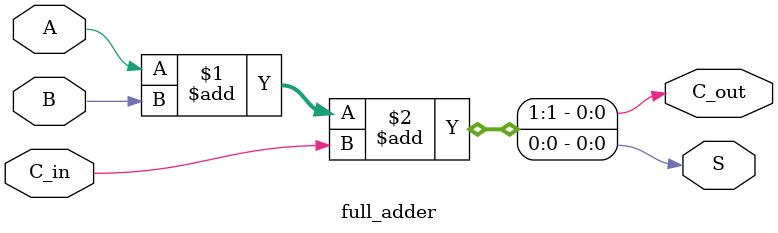
<source format=v>
module binary_adder(
    input [3:0] A,
    input [3:0] B,
    output [3:0] S,
    output C
);

    wire [3:0] sum;
    wire [3:0] carry;

    full_adder fa0(.A(A[0]), .B(B[0]), .C_in(1'b0), .S(sum[0]), .C_out(carry[1]));
    full_adder fa1(.A(A[1]), .B(B[1]), .C_in(carry[1]), .S(sum[1]), .C_out(carry[2]));
    full_adder fa2(.A(A[2]), .B(B[2]), .C_in(carry[2]), .S(sum[2]), .C_out(carry[3]));
    full_adder fa3(.A(A[3]), .B(B[3]), .C_in(carry[3]), .S(sum[3]), .C_out(C));

    assign S = sum;

endmodule

module full_adder(
    input A,
    input B,
    input C_in,
    output S,
    output C_out
);

    assign {C_out, S} = A + B + C_in;

endmodule
</source>
